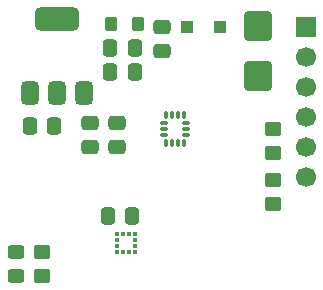
<source format=gbr>
%TF.GenerationSoftware,KiCad,Pcbnew,9.0.2*%
%TF.CreationDate,2025-06-11T21:50:26+08:00*%
%TF.ProjectId,imu,696d752e-6b69-4636-9164-5f7063625858,rev?*%
%TF.SameCoordinates,Original*%
%TF.FileFunction,Soldermask,Top*%
%TF.FilePolarity,Negative*%
%FSLAX46Y46*%
G04 Gerber Fmt 4.6, Leading zero omitted, Abs format (unit mm)*
G04 Created by KiCad (PCBNEW 9.0.2) date 2025-06-11 21:50:26*
%MOMM*%
%LPD*%
G01*
G04 APERTURE LIST*
G04 Aperture macros list*
%AMRoundRect*
0 Rectangle with rounded corners*
0 $1 Rounding radius*
0 $2 $3 $4 $5 $6 $7 $8 $9 X,Y pos of 4 corners*
0 Add a 4 corners polygon primitive as box body*
4,1,4,$2,$3,$4,$5,$6,$7,$8,$9,$2,$3,0*
0 Add four circle primitives for the rounded corners*
1,1,$1+$1,$2,$3*
1,1,$1+$1,$4,$5*
1,1,$1+$1,$6,$7*
1,1,$1+$1,$8,$9*
0 Add four rect primitives between the rounded corners*
20,1,$1+$1,$2,$3,$4,$5,0*
20,1,$1+$1,$4,$5,$6,$7,0*
20,1,$1+$1,$6,$7,$8,$9,0*
20,1,$1+$1,$8,$9,$2,$3,0*%
G04 Aperture macros list end*
%ADD10RoundRect,0.250000X0.337500X0.475000X-0.337500X0.475000X-0.337500X-0.475000X0.337500X-0.475000X0*%
%ADD11RoundRect,0.250000X-0.450000X0.350000X-0.450000X-0.350000X0.450000X-0.350000X0.450000X0.350000X0*%
%ADD12R,0.375000X0.350000*%
%ADD13R,0.350000X0.375000*%
%ADD14RoundRect,0.250000X0.475000X-0.337500X0.475000X0.337500X-0.475000X0.337500X-0.475000X-0.337500X0*%
%ADD15R,1.700000X1.700000*%
%ADD16C,1.700000*%
%ADD17RoundRect,0.087500X-0.087500X0.225000X-0.087500X-0.225000X0.087500X-0.225000X0.087500X0.225000X0*%
%ADD18RoundRect,0.087500X-0.225000X0.087500X-0.225000X-0.087500X0.225000X-0.087500X0.225000X0.087500X0*%
%ADD19RoundRect,0.250000X-0.900000X1.000000X-0.900000X-1.000000X0.900000X-1.000000X0.900000X1.000000X0*%
%ADD20RoundRect,0.250000X0.275000X0.350000X-0.275000X0.350000X-0.275000X-0.350000X0.275000X-0.350000X0*%
%ADD21RoundRect,0.250000X-0.450000X0.325000X-0.450000X-0.325000X0.450000X-0.325000X0.450000X0.325000X0*%
%ADD22RoundRect,0.250000X-0.475000X0.337500X-0.475000X-0.337500X0.475000X-0.337500X0.475000X0.337500X0*%
%ADD23RoundRect,0.250000X-0.337500X-0.475000X0.337500X-0.475000X0.337500X0.475000X-0.337500X0.475000X0*%
%ADD24RoundRect,0.250000X-0.300000X-0.300000X0.300000X-0.300000X0.300000X0.300000X-0.300000X0.300000X0*%
%ADD25RoundRect,0.375000X0.375000X-0.625000X0.375000X0.625000X-0.375000X0.625000X-0.375000X-0.625000X0*%
%ADD26RoundRect,0.500000X1.400000X-0.500000X1.400000X0.500000X-1.400000X0.500000X-1.400000X-0.500000X0*%
%ADD27RoundRect,0.250000X0.450000X-0.350000X0.450000X0.350000X-0.450000X0.350000X-0.450000X-0.350000X0*%
G04 APERTURE END LIST*
D10*
%TO.C,C7*%
X75438000Y-23622000D03*
X73363000Y-23622000D03*
%TD*%
D11*
%TO.C,R1*%
X67564000Y-40910000D03*
X67564000Y-42910000D03*
%TD*%
%TO.C,R2*%
X87122000Y-34814000D03*
X87122000Y-36814000D03*
%TD*%
D10*
%TO.C,C5*%
X68623000Y-30226000D03*
X66548000Y-30226000D03*
%TD*%
D12*
%TO.C,U2*%
X75438000Y-40894000D03*
X75438000Y-40394000D03*
X75438000Y-39894000D03*
X75438000Y-39394000D03*
D13*
X74925500Y-39381500D03*
X74425500Y-39381500D03*
D12*
X73913000Y-39394000D03*
X73913000Y-39894000D03*
X73913000Y-40394000D03*
X73913000Y-40894000D03*
D13*
X74425500Y-40906500D03*
X74925500Y-40906500D03*
%TD*%
D14*
%TO.C,C1*%
X71628000Y-32025500D03*
X71628000Y-29950500D03*
%TD*%
D15*
%TO.C,J1*%
X89916000Y-21844000D03*
D16*
X89916000Y-24384000D03*
X89916000Y-26924000D03*
X89916000Y-29464000D03*
X89916000Y-32004000D03*
X89916000Y-34544000D03*
%TD*%
D17*
%TO.C,U1*%
X79593500Y-29309500D03*
X79093500Y-29309500D03*
X78593500Y-29309500D03*
X78093500Y-29309500D03*
D18*
X77931000Y-29972000D03*
X77931000Y-30472000D03*
X77931000Y-30972000D03*
D17*
X78093500Y-31634500D03*
X78593500Y-31634500D03*
X79093500Y-31634500D03*
X79593500Y-31634500D03*
D18*
X79756000Y-30972000D03*
X79756000Y-30472000D03*
X79756000Y-29972000D03*
%TD*%
D19*
%TO.C,D2*%
X85852000Y-21726000D03*
X85852000Y-26026000D03*
%TD*%
D20*
%TO.C,FB1*%
X75706000Y-21590000D03*
X73406000Y-21590000D03*
%TD*%
D21*
%TO.C,D3*%
X65366000Y-40908000D03*
X65366000Y-42958000D03*
%TD*%
D22*
%TO.C,C2*%
X73914000Y-29972000D03*
X73914000Y-32047000D03*
%TD*%
D23*
%TO.C,C3*%
X73130500Y-37846000D03*
X75205500Y-37846000D03*
%TD*%
D22*
%TO.C,C6*%
X77724000Y-21822500D03*
X77724000Y-23897500D03*
%TD*%
D24*
%TO.C,D1*%
X79880000Y-21844000D03*
X82680000Y-21844000D03*
%TD*%
D25*
%TO.C,U3*%
X66520000Y-27432000D03*
X68820000Y-27432000D03*
D26*
X68820000Y-21132000D03*
D25*
X71120000Y-27432000D03*
%TD*%
D23*
%TO.C,C4*%
X73363000Y-25654000D03*
X75438000Y-25654000D03*
%TD*%
D27*
%TO.C,R3*%
X87122000Y-32512000D03*
X87122000Y-30512000D03*
%TD*%
M02*

</source>
